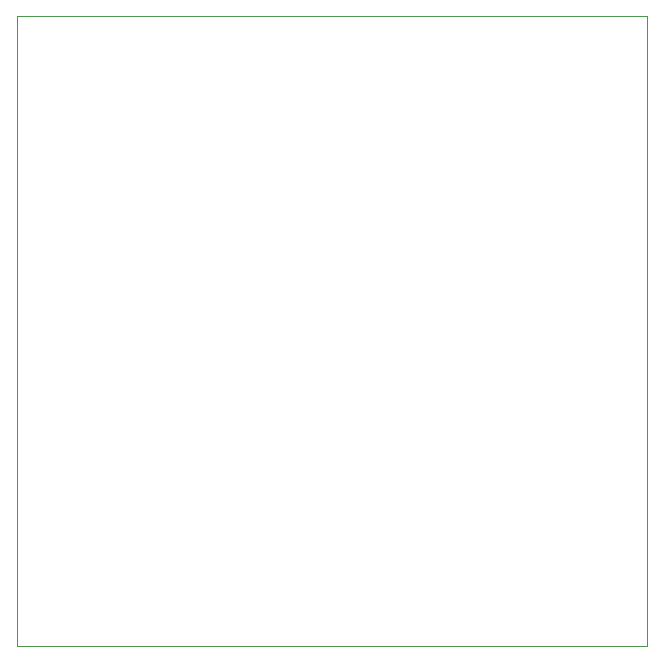
<source format=gbr>
G04 DipTrace 5.0.0.1*
G04 KocBoard.gbr*
%MOIN*%
G04 #@! TF.FileFunction,Profile*
G04 #@! TF.Part,Single*
%ADD10C,0.004724*%
%FSLAX26Y26*%
G04*
G70*
G90*
G75*
G01*
G04 BoardOutline*
%LPD*%
X-2025000Y775000D2*
G54D10*
X75000D1*
Y-1325000D1*
X-2025000D1*
Y775000D1*
M02*

</source>
